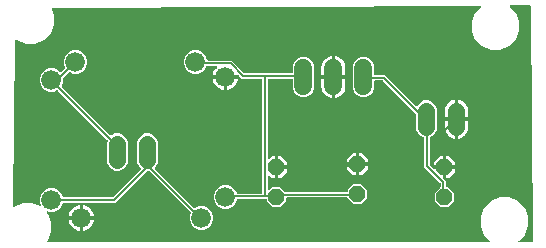
<source format=gbr>
G04 EAGLE Gerber RS-274X export*
G75*
%MOMM*%
%FSLAX34Y34*%
%LPD*%
%INTop Copper*%
%IPPOS*%
%AMOC8*
5,1,8,0,0,1.08239X$1,22.5*%
G01*
%ADD10C,1.422400*%
%ADD11P,1.429621X8X112.500000*%
%ADD12C,1.676400*%
%ADD13C,1.524000*%
%ADD14C,0.152400*%

G36*
X406601Y10172D02*
X406601Y10172D01*
X406672Y10174D01*
X406721Y10192D01*
X406773Y10200D01*
X406836Y10234D01*
X406903Y10259D01*
X406944Y10291D01*
X406990Y10316D01*
X407039Y10368D01*
X407095Y10412D01*
X407124Y10456D01*
X407159Y10494D01*
X407190Y10559D01*
X407228Y10619D01*
X407241Y10670D01*
X407263Y10717D01*
X407271Y10788D01*
X407288Y10858D01*
X407284Y10910D01*
X407290Y10961D01*
X407275Y11032D01*
X407269Y11103D01*
X407249Y11151D01*
X407238Y11202D01*
X407201Y11263D01*
X407173Y11329D01*
X407128Y11385D01*
X407112Y11413D01*
X407094Y11428D01*
X407068Y11460D01*
X402009Y16520D01*
X398939Y23930D01*
X398939Y31950D01*
X402009Y39360D01*
X407680Y45031D01*
X415090Y48101D01*
X423110Y48101D01*
X430520Y45031D01*
X436191Y39360D01*
X439261Y31950D01*
X439261Y23930D01*
X436191Y16520D01*
X431132Y11460D01*
X431090Y11402D01*
X431041Y11350D01*
X431019Y11303D01*
X430988Y11261D01*
X430967Y11192D01*
X430937Y11127D01*
X430931Y11075D01*
X430916Y11025D01*
X430918Y10954D01*
X430910Y10883D01*
X430921Y10832D01*
X430922Y10780D01*
X430947Y10712D01*
X430962Y10642D01*
X430989Y10597D01*
X431007Y10549D01*
X431052Y10493D01*
X431088Y10431D01*
X431128Y10397D01*
X431160Y10357D01*
X431221Y10318D01*
X431275Y10271D01*
X431324Y10252D01*
X431367Y10224D01*
X431437Y10206D01*
X431503Y10179D01*
X431575Y10171D01*
X431606Y10163D01*
X431629Y10165D01*
X431670Y10161D01*
X442852Y10161D01*
X442876Y10165D01*
X442900Y10162D01*
X442997Y10184D01*
X443094Y10200D01*
X443116Y10212D01*
X443140Y10217D01*
X443224Y10269D01*
X443312Y10316D01*
X443329Y10333D01*
X443349Y10346D01*
X443413Y10422D01*
X443481Y10494D01*
X443491Y10516D01*
X443507Y10535D01*
X443543Y10627D01*
X443585Y10717D01*
X443588Y10741D01*
X443596Y10764D01*
X443613Y10931D01*
X441325Y209907D01*
X441322Y209924D01*
X441324Y209941D01*
X441301Y210044D01*
X441282Y210149D01*
X441274Y210164D01*
X441270Y210182D01*
X441215Y210272D01*
X441165Y210365D01*
X441152Y210377D01*
X441143Y210392D01*
X441062Y210460D01*
X440984Y210532D01*
X440968Y210539D01*
X440955Y210551D01*
X440856Y210590D01*
X440760Y210633D01*
X440743Y210635D01*
X440726Y210641D01*
X440559Y210659D01*
X424297Y210569D01*
X424228Y210557D01*
X424158Y210555D01*
X424108Y210536D01*
X424054Y210527D01*
X423993Y210494D01*
X423927Y210471D01*
X423885Y210437D01*
X423837Y210411D01*
X423790Y210360D01*
X423735Y210317D01*
X423706Y210271D01*
X423669Y210232D01*
X423640Y210169D01*
X423602Y210110D01*
X423589Y210057D01*
X423567Y210008D01*
X423559Y209939D01*
X423542Y209871D01*
X423547Y209818D01*
X423541Y209764D01*
X423556Y209696D01*
X423561Y209626D01*
X423583Y209576D01*
X423594Y209524D01*
X423631Y209464D01*
X423658Y209400D01*
X423705Y209341D01*
X423722Y209313D01*
X423739Y209299D01*
X423763Y209269D01*
X428571Y204460D01*
X431641Y197050D01*
X431641Y189030D01*
X428571Y181620D01*
X422900Y175949D01*
X415490Y172879D01*
X407470Y172879D01*
X400060Y175949D01*
X394389Y181620D01*
X391319Y189030D01*
X391319Y197050D01*
X394389Y204460D01*
X399054Y209126D01*
X399097Y209185D01*
X399148Y209239D01*
X399168Y209285D01*
X399197Y209325D01*
X399219Y209396D01*
X399250Y209463D01*
X399255Y209513D01*
X399270Y209560D01*
X399268Y209634D01*
X399276Y209707D01*
X399265Y209756D01*
X399263Y209806D01*
X399238Y209876D01*
X399222Y209948D01*
X399196Y209990D01*
X399179Y210037D01*
X399133Y210095D01*
X399095Y210158D01*
X399057Y210190D01*
X399025Y210229D01*
X398963Y210269D01*
X398907Y210317D01*
X398860Y210335D01*
X398818Y210362D01*
X398747Y210380D01*
X398678Y210407D01*
X398611Y210415D01*
X398580Y210422D01*
X398555Y210420D01*
X398511Y210425D01*
X36474Y208410D01*
X36431Y208403D01*
X36388Y208405D01*
X36311Y208383D01*
X36232Y208369D01*
X36193Y208349D01*
X36151Y208336D01*
X36086Y208291D01*
X36015Y208253D01*
X35985Y208221D01*
X35949Y208196D01*
X35902Y208132D01*
X35847Y208074D01*
X35829Y208034D01*
X35802Y207999D01*
X35778Y207923D01*
X35744Y207850D01*
X35740Y207807D01*
X35726Y207765D01*
X35727Y207685D01*
X35719Y207605D01*
X35728Y207563D01*
X35729Y207519D01*
X35769Y207378D01*
X35772Y207365D01*
X35774Y207363D01*
X35775Y207358D01*
X37941Y202130D01*
X37941Y194110D01*
X34871Y186700D01*
X29200Y181029D01*
X21790Y177959D01*
X13770Y177959D01*
X6360Y181029D01*
X5946Y181443D01*
X5891Y181482D01*
X5843Y181529D01*
X5792Y181554D01*
X5746Y181586D01*
X5681Y181606D01*
X5621Y181635D01*
X5565Y181642D01*
X5511Y181659D01*
X5443Y181657D01*
X5377Y181665D01*
X5321Y181654D01*
X5265Y181652D01*
X5202Y181629D01*
X5136Y181616D01*
X5087Y181587D01*
X5034Y181568D01*
X4981Y181526D01*
X4923Y181492D01*
X4886Y181450D01*
X4842Y181414D01*
X4805Y181358D01*
X4761Y181307D01*
X4739Y181255D01*
X4709Y181207D01*
X4692Y181142D01*
X4666Y181080D01*
X4657Y181001D01*
X4649Y180969D01*
X4650Y180948D01*
X4646Y180914D01*
X3016Y40766D01*
X3023Y40717D01*
X3021Y40666D01*
X3042Y40596D01*
X3053Y40523D01*
X3076Y40479D01*
X3090Y40430D01*
X3132Y40370D01*
X3165Y40305D01*
X3201Y40270D01*
X3230Y40228D01*
X3289Y40184D01*
X3341Y40133D01*
X3387Y40111D01*
X3427Y40081D01*
X3497Y40059D01*
X3563Y40027D01*
X3613Y40021D01*
X3661Y40005D01*
X3735Y40006D01*
X3807Y39997D01*
X3857Y40007D01*
X3907Y40008D01*
X4023Y40041D01*
X4048Y40046D01*
X4056Y40051D01*
X4068Y40054D01*
X11230Y43021D01*
X19250Y43021D01*
X25646Y40372D01*
X25716Y40355D01*
X25783Y40329D01*
X25835Y40327D01*
X25885Y40315D01*
X25957Y40322D01*
X26028Y40319D01*
X26078Y40334D01*
X26130Y40338D01*
X26196Y40368D01*
X26265Y40388D01*
X26307Y40417D01*
X26355Y40438D01*
X26408Y40487D01*
X26467Y40528D01*
X26498Y40570D01*
X26536Y40605D01*
X26571Y40668D01*
X26613Y40725D01*
X26629Y40775D01*
X26655Y40820D01*
X26667Y40891D01*
X26690Y40959D01*
X26689Y41011D01*
X26698Y41062D01*
X26688Y41133D01*
X26687Y41205D01*
X26667Y41274D01*
X26663Y41306D01*
X26652Y41327D01*
X26640Y41366D01*
X25653Y43749D01*
X25653Y47691D01*
X27161Y51332D01*
X29948Y54119D01*
X33589Y55627D01*
X37531Y55627D01*
X41172Y54119D01*
X43959Y51332D01*
X45141Y48477D01*
X45203Y48377D01*
X45263Y48277D01*
X45267Y48273D01*
X45271Y48268D01*
X45361Y48193D01*
X45450Y48117D01*
X45455Y48115D01*
X45460Y48111D01*
X45569Y48069D01*
X45678Y48025D01*
X45685Y48024D01*
X45690Y48023D01*
X45708Y48022D01*
X45844Y48007D01*
X87129Y48007D01*
X87220Y48021D01*
X87310Y48029D01*
X87340Y48041D01*
X87372Y48046D01*
X87453Y48089D01*
X87537Y48125D01*
X87569Y48151D01*
X87590Y48162D01*
X87612Y48185D01*
X87668Y48230D01*
X111118Y71680D01*
X111129Y71696D01*
X111145Y71708D01*
X111201Y71796D01*
X111261Y71879D01*
X111267Y71898D01*
X111278Y71915D01*
X111303Y72016D01*
X111334Y72114D01*
X111333Y72134D01*
X111338Y72154D01*
X111330Y72257D01*
X111327Y72360D01*
X111320Y72379D01*
X111319Y72399D01*
X111278Y72494D01*
X111243Y72591D01*
X111230Y72607D01*
X111222Y72625D01*
X111118Y72756D01*
X109518Y74356D01*
X108203Y77530D01*
X108203Y95190D01*
X109518Y98364D01*
X111948Y100794D01*
X115122Y102109D01*
X118558Y102109D01*
X121732Y100794D01*
X124162Y98364D01*
X125477Y95190D01*
X125477Y77530D01*
X124162Y74356D01*
X123070Y73264D01*
X123059Y73248D01*
X123043Y73236D01*
X122987Y73148D01*
X122927Y73064D01*
X122921Y73045D01*
X122910Y73029D01*
X122885Y72928D01*
X122854Y72829D01*
X122855Y72809D01*
X122850Y72790D01*
X122858Y72687D01*
X122861Y72583D01*
X122868Y72565D01*
X122869Y72545D01*
X122910Y72450D01*
X122945Y72352D01*
X122958Y72337D01*
X122966Y72319D01*
X123070Y72188D01*
X156186Y39072D01*
X156280Y39004D01*
X156375Y38934D01*
X156381Y38932D01*
X156386Y38928D01*
X156497Y38894D01*
X156609Y38857D01*
X156615Y38858D01*
X156621Y38856D01*
X156738Y38859D01*
X156855Y38860D01*
X156862Y38862D01*
X156867Y38862D01*
X156885Y38868D01*
X157016Y38907D01*
X160589Y40387D01*
X164531Y40387D01*
X168172Y38879D01*
X170959Y36092D01*
X172467Y32451D01*
X172467Y28509D01*
X170959Y24868D01*
X168172Y22081D01*
X164531Y20573D01*
X160589Y20573D01*
X156948Y22081D01*
X154161Y24868D01*
X152653Y28509D01*
X152653Y32451D01*
X153538Y34587D01*
X153565Y34701D01*
X153594Y34814D01*
X153593Y34821D01*
X153594Y34827D01*
X153583Y34943D01*
X153574Y35060D01*
X153572Y35065D01*
X153571Y35072D01*
X153524Y35179D01*
X153478Y35286D01*
X153473Y35292D01*
X153471Y35296D01*
X153459Y35310D01*
X153373Y35417D01*
X118402Y70388D01*
X118328Y70441D01*
X118258Y70501D01*
X118228Y70513D01*
X118202Y70532D01*
X118115Y70559D01*
X118030Y70593D01*
X117989Y70597D01*
X117967Y70604D01*
X117935Y70603D01*
X117863Y70611D01*
X116833Y70611D01*
X116742Y70597D01*
X116652Y70589D01*
X116622Y70577D01*
X116590Y70572D01*
X116509Y70529D01*
X116425Y70493D01*
X116393Y70467D01*
X116372Y70456D01*
X116350Y70433D01*
X116294Y70388D01*
X89339Y43433D01*
X45844Y43433D01*
X45730Y43414D01*
X45613Y43397D01*
X45608Y43395D01*
X45602Y43394D01*
X45499Y43339D01*
X45394Y43286D01*
X45390Y43281D01*
X45384Y43278D01*
X45304Y43194D01*
X45222Y43110D01*
X45218Y43104D01*
X45215Y43100D01*
X45207Y43083D01*
X45141Y42963D01*
X43959Y40108D01*
X41172Y37321D01*
X37531Y35813D01*
X33589Y35813D01*
X32360Y36322D01*
X32266Y36345D01*
X32173Y36373D01*
X32146Y36373D01*
X32121Y36379D01*
X32024Y36369D01*
X31927Y36367D01*
X31902Y36358D01*
X31876Y36355D01*
X31787Y36316D01*
X31696Y36282D01*
X31675Y36266D01*
X31651Y36255D01*
X31580Y36190D01*
X31504Y36129D01*
X31489Y36107D01*
X31470Y36089D01*
X31423Y36003D01*
X31371Y35922D01*
X31364Y35896D01*
X31352Y35874D01*
X31334Y35778D01*
X31311Y35683D01*
X31313Y35657D01*
X31308Y35631D01*
X31322Y35535D01*
X31330Y35438D01*
X31340Y35414D01*
X31344Y35388D01*
X31388Y35301D01*
X31426Y35212D01*
X31446Y35186D01*
X31455Y35169D01*
X31479Y35146D01*
X31531Y35081D01*
X32331Y34280D01*
X35401Y26870D01*
X35401Y18850D01*
X32324Y11421D01*
X32310Y11402D01*
X32261Y11350D01*
X32239Y11303D01*
X32208Y11261D01*
X32187Y11192D01*
X32157Y11127D01*
X32151Y11075D01*
X32136Y11026D01*
X32138Y10954D01*
X32130Y10883D01*
X32141Y10832D01*
X32142Y10780D01*
X32167Y10712D01*
X32182Y10642D01*
X32209Y10598D01*
X32227Y10549D01*
X32272Y10493D01*
X32308Y10431D01*
X32348Y10397D01*
X32380Y10357D01*
X32441Y10318D01*
X32495Y10271D01*
X32544Y10252D01*
X32587Y10224D01*
X32657Y10206D01*
X32723Y10179D01*
X32795Y10171D01*
X32826Y10163D01*
X32849Y10165D01*
X32890Y10161D01*
X406530Y10161D01*
X406601Y10172D01*
G37*
%LPC*%
G36*
X180909Y38353D02*
X180909Y38353D01*
X177268Y39861D01*
X174481Y42648D01*
X172973Y46289D01*
X172973Y50231D01*
X174481Y53872D01*
X177268Y56659D01*
X180909Y58167D01*
X184851Y58167D01*
X188492Y56659D01*
X191279Y53872D01*
X192251Y51525D01*
X192312Y51425D01*
X192372Y51325D01*
X192377Y51321D01*
X192380Y51316D01*
X192470Y51241D01*
X192559Y51165D01*
X192565Y51163D01*
X192570Y51159D01*
X192678Y51117D01*
X192787Y51073D01*
X192795Y51072D01*
X192799Y51071D01*
X192818Y51070D01*
X192954Y51055D01*
X213360Y51055D01*
X213380Y51058D01*
X213399Y51056D01*
X213501Y51078D01*
X213603Y51094D01*
X213620Y51104D01*
X213640Y51108D01*
X213729Y51161D01*
X213820Y51210D01*
X213834Y51224D01*
X213851Y51234D01*
X213918Y51313D01*
X213990Y51388D01*
X213998Y51406D01*
X214011Y51421D01*
X214050Y51517D01*
X214093Y51611D01*
X214095Y51631D01*
X214103Y51649D01*
X214121Y51816D01*
X214121Y147828D01*
X214118Y147848D01*
X214120Y147867D01*
X214098Y147969D01*
X214082Y148071D01*
X214072Y148088D01*
X214068Y148108D01*
X214015Y148197D01*
X213966Y148288D01*
X213952Y148302D01*
X213942Y148319D01*
X213863Y148386D01*
X213788Y148458D01*
X213770Y148466D01*
X213755Y148479D01*
X213659Y148518D01*
X213565Y148561D01*
X213545Y148563D01*
X213527Y148571D01*
X213360Y148589D01*
X197173Y148589D01*
X194602Y151160D01*
X194528Y151213D01*
X194458Y151273D01*
X194428Y151285D01*
X194402Y151304D01*
X194315Y151331D01*
X194230Y151365D01*
X194189Y151369D01*
X194167Y151376D01*
X194135Y151375D01*
X194064Y151383D01*
X183642Y151383D01*
X183622Y151380D01*
X183603Y151382D01*
X183501Y151360D01*
X183399Y151343D01*
X183382Y151334D01*
X183362Y151330D01*
X183273Y151277D01*
X183182Y151228D01*
X183168Y151214D01*
X183151Y151204D01*
X183084Y151125D01*
X183013Y151050D01*
X183004Y151032D01*
X182991Y151017D01*
X182953Y150921D01*
X182909Y150827D01*
X182907Y150807D01*
X182899Y150789D01*
X182881Y150622D01*
X182881Y149859D01*
X182879Y149859D01*
X182879Y150622D01*
X182876Y150642D01*
X182878Y150661D01*
X182856Y150763D01*
X182839Y150865D01*
X182830Y150882D01*
X182826Y150902D01*
X182773Y150991D01*
X182724Y151082D01*
X182710Y151096D01*
X182700Y151113D01*
X182621Y151180D01*
X182546Y151251D01*
X182528Y151260D01*
X182513Y151273D01*
X182417Y151312D01*
X182323Y151355D01*
X182303Y151357D01*
X182285Y151365D01*
X182118Y151383D01*
X172062Y151383D01*
X172226Y152418D01*
X172758Y154053D01*
X173538Y155585D01*
X174549Y156976D01*
X175531Y157958D01*
X175573Y158016D01*
X175622Y158068D01*
X175644Y158115D01*
X175674Y158157D01*
X175695Y158226D01*
X175726Y158291D01*
X175731Y158343D01*
X175747Y158393D01*
X175745Y158464D01*
X175753Y158535D01*
X175742Y158586D01*
X175740Y158638D01*
X175716Y158706D01*
X175700Y158776D01*
X175674Y158821D01*
X175656Y158869D01*
X175611Y158925D01*
X175574Y158987D01*
X175535Y159021D01*
X175502Y159061D01*
X175442Y159100D01*
X175387Y159147D01*
X175339Y159166D01*
X175295Y159194D01*
X175226Y159212D01*
X175159Y159239D01*
X175088Y159247D01*
X175057Y159255D01*
X175033Y159253D01*
X174992Y159257D01*
X167344Y159257D01*
X167229Y159238D01*
X167113Y159221D01*
X167107Y159219D01*
X167101Y159218D01*
X166998Y159163D01*
X166893Y159110D01*
X166889Y159105D01*
X166883Y159102D01*
X166804Y159018D01*
X166721Y158934D01*
X166718Y158928D01*
X166714Y158924D01*
X166706Y158907D01*
X166640Y158787D01*
X165879Y156948D01*
X163092Y154161D01*
X159451Y152653D01*
X155509Y152653D01*
X151868Y154161D01*
X149081Y156948D01*
X147573Y160589D01*
X147573Y164531D01*
X149081Y168172D01*
X151868Y170959D01*
X155509Y172467D01*
X159451Y172467D01*
X163092Y170959D01*
X165879Y168172D01*
X167399Y164501D01*
X167410Y164451D01*
X167426Y164349D01*
X167436Y164332D01*
X167440Y164312D01*
X167493Y164223D01*
X167542Y164132D01*
X167556Y164118D01*
X167566Y164101D01*
X167645Y164034D01*
X167720Y163962D01*
X167738Y163954D01*
X167753Y163941D01*
X167849Y163902D01*
X167943Y163859D01*
X167963Y163857D01*
X167981Y163849D01*
X168148Y163831D01*
X188399Y163831D01*
X198844Y153386D01*
X198918Y153333D01*
X198988Y153273D01*
X199018Y153261D01*
X199044Y153242D01*
X199131Y153215D01*
X199216Y153181D01*
X199257Y153177D01*
X199279Y153170D01*
X199311Y153171D01*
X199383Y153163D01*
X239014Y153163D01*
X239034Y153166D01*
X239053Y153164D01*
X239155Y153186D01*
X239257Y153202D01*
X239274Y153212D01*
X239294Y153216D01*
X239383Y153269D01*
X239474Y153318D01*
X239488Y153332D01*
X239505Y153342D01*
X239572Y153421D01*
X239644Y153496D01*
X239652Y153514D01*
X239665Y153529D01*
X239704Y153625D01*
X239747Y153719D01*
X239749Y153739D01*
X239757Y153757D01*
X239775Y153924D01*
X239775Y159299D01*
X241167Y162660D01*
X243740Y165233D01*
X247101Y166625D01*
X250739Y166625D01*
X254100Y165233D01*
X256673Y162660D01*
X258065Y159299D01*
X258065Y140421D01*
X256673Y137060D01*
X254100Y134487D01*
X250739Y133095D01*
X247101Y133095D01*
X243740Y134487D01*
X241167Y137060D01*
X239775Y140421D01*
X239775Y147828D01*
X239772Y147848D01*
X239774Y147867D01*
X239752Y147969D01*
X239736Y148071D01*
X239726Y148088D01*
X239722Y148108D01*
X239669Y148197D01*
X239620Y148288D01*
X239606Y148302D01*
X239596Y148319D01*
X239517Y148386D01*
X239442Y148458D01*
X239424Y148466D01*
X239409Y148479D01*
X239313Y148518D01*
X239219Y148561D01*
X239199Y148563D01*
X239181Y148571D01*
X239014Y148589D01*
X219456Y148589D01*
X219436Y148586D01*
X219417Y148588D01*
X219315Y148566D01*
X219213Y148550D01*
X219196Y148540D01*
X219176Y148536D01*
X219087Y148483D01*
X218996Y148434D01*
X218982Y148420D01*
X218965Y148410D01*
X218898Y148331D01*
X218826Y148256D01*
X218818Y148238D01*
X218805Y148223D01*
X218766Y148127D01*
X218723Y148033D01*
X218721Y148013D01*
X218713Y147995D01*
X218695Y147828D01*
X218695Y81065D01*
X218706Y80994D01*
X218708Y80923D01*
X218726Y80874D01*
X218734Y80822D01*
X218768Y80759D01*
X218793Y80692D01*
X218825Y80651D01*
X218850Y80605D01*
X218902Y80556D01*
X218946Y80500D01*
X218990Y80471D01*
X219028Y80436D01*
X219093Y80405D01*
X219153Y80367D01*
X219204Y80354D01*
X219251Y80332D01*
X219322Y80324D01*
X219392Y80307D01*
X219444Y80311D01*
X219495Y80305D01*
X219566Y80320D01*
X219637Y80326D01*
X219685Y80346D01*
X219736Y80357D01*
X219797Y80394D01*
X219863Y80422D01*
X219919Y80467D01*
X219947Y80483D01*
X219962Y80501D01*
X219994Y80527D01*
X222272Y82805D01*
X224537Y82805D01*
X224537Y74422D01*
X224540Y74402D01*
X224538Y74383D01*
X224560Y74281D01*
X224577Y74179D01*
X224586Y74162D01*
X224590Y74142D01*
X224643Y74053D01*
X224692Y73962D01*
X224706Y73948D01*
X224716Y73931D01*
X224795Y73864D01*
X224870Y73793D01*
X224888Y73784D01*
X224903Y73771D01*
X224999Y73733D01*
X225093Y73689D01*
X225113Y73687D01*
X225131Y73679D01*
X225298Y73661D01*
X226061Y73661D01*
X226061Y73659D01*
X225298Y73659D01*
X225278Y73656D01*
X225259Y73658D01*
X225157Y73636D01*
X225055Y73619D01*
X225038Y73610D01*
X225018Y73606D01*
X224929Y73553D01*
X224838Y73504D01*
X224824Y73490D01*
X224807Y73480D01*
X224740Y73401D01*
X224669Y73326D01*
X224660Y73308D01*
X224647Y73293D01*
X224608Y73197D01*
X224565Y73103D01*
X224563Y73083D01*
X224555Y73065D01*
X224537Y72898D01*
X224537Y64515D01*
X222272Y64515D01*
X219994Y66793D01*
X219936Y66835D01*
X219884Y66884D01*
X219837Y66906D01*
X219795Y66937D01*
X219726Y66958D01*
X219661Y66988D01*
X219609Y66994D01*
X219559Y67009D01*
X219488Y67007D01*
X219417Y67015D01*
X219366Y67004D01*
X219314Y67003D01*
X219246Y66978D01*
X219176Y66963D01*
X219131Y66936D01*
X219083Y66918D01*
X219027Y66873D01*
X218965Y66837D01*
X218931Y66797D01*
X218891Y66765D01*
X218852Y66704D01*
X218805Y66650D01*
X218786Y66601D01*
X218758Y66558D01*
X218740Y66488D01*
X218713Y66422D01*
X218705Y66350D01*
X218697Y66319D01*
X218699Y66296D01*
X218695Y66255D01*
X218695Y54228D01*
X218706Y54158D01*
X218708Y54086D01*
X218726Y54037D01*
X218734Y53986D01*
X218768Y53922D01*
X218793Y53855D01*
X218825Y53814D01*
X218850Y53768D01*
X218902Y53719D01*
X218946Y53663D01*
X218990Y53635D01*
X219028Y53599D01*
X219093Y53569D01*
X219153Y53530D01*
X219204Y53517D01*
X219251Y53495D01*
X219322Y53487D01*
X219392Y53470D01*
X219444Y53474D01*
X219495Y53468D01*
X219566Y53483D01*
X219637Y53489D01*
X219685Y53509D01*
X219736Y53520D01*
X219797Y53557D01*
X219863Y53585D01*
X219919Y53630D01*
X219947Y53647D01*
X219962Y53664D01*
X219994Y53690D01*
X222693Y56389D01*
X229427Y56389D01*
X233014Y52802D01*
X233088Y52749D01*
X233157Y52689D01*
X233188Y52677D01*
X233214Y52658D01*
X233301Y52631D01*
X233386Y52597D01*
X233427Y52593D01*
X233449Y52586D01*
X233481Y52587D01*
X233552Y52579D01*
X285750Y52579D01*
X285770Y52582D01*
X285789Y52580D01*
X285891Y52602D01*
X285993Y52618D01*
X286010Y52628D01*
X286030Y52632D01*
X286119Y52685D01*
X286210Y52734D01*
X286224Y52748D01*
X286241Y52758D01*
X286308Y52837D01*
X286380Y52912D01*
X286388Y52930D01*
X286401Y52945D01*
X286440Y53041D01*
X286483Y53135D01*
X286485Y53155D01*
X286493Y53173D01*
X286511Y53340D01*
X286511Y54167D01*
X291273Y58929D01*
X298007Y58929D01*
X302769Y54167D01*
X302769Y47433D01*
X298007Y42671D01*
X291273Y42671D01*
X286474Y47470D01*
X286472Y47487D01*
X286462Y47504D01*
X286458Y47524D01*
X286405Y47613D01*
X286356Y47704D01*
X286342Y47718D01*
X286332Y47735D01*
X286253Y47802D01*
X286178Y47874D01*
X286160Y47882D01*
X286145Y47895D01*
X286049Y47934D01*
X285955Y47977D01*
X285935Y47979D01*
X285917Y47987D01*
X285750Y48005D01*
X234950Y48005D01*
X234930Y48002D01*
X234911Y48004D01*
X234809Y47982D01*
X234707Y47966D01*
X234690Y47956D01*
X234670Y47952D01*
X234581Y47899D01*
X234490Y47850D01*
X234476Y47836D01*
X234459Y47826D01*
X234392Y47747D01*
X234320Y47672D01*
X234312Y47654D01*
X234299Y47639D01*
X234260Y47543D01*
X234217Y47449D01*
X234215Y47429D01*
X234207Y47411D01*
X234189Y47244D01*
X234189Y44893D01*
X229427Y40131D01*
X222693Y40131D01*
X217931Y44893D01*
X217931Y45720D01*
X217928Y45740D01*
X217930Y45759D01*
X217908Y45861D01*
X217892Y45963D01*
X217882Y45980D01*
X217878Y46000D01*
X217825Y46089D01*
X217776Y46180D01*
X217762Y46194D01*
X217752Y46211D01*
X217673Y46278D01*
X217598Y46350D01*
X217580Y46358D01*
X217565Y46371D01*
X217469Y46410D01*
X217375Y46453D01*
X217355Y46455D01*
X217337Y46463D01*
X217170Y46481D01*
X193375Y46481D01*
X193260Y46462D01*
X193144Y46445D01*
X193138Y46443D01*
X193132Y46442D01*
X193029Y46387D01*
X192925Y46334D01*
X192920Y46329D01*
X192915Y46326D01*
X192835Y46242D01*
X192752Y46158D01*
X192749Y46152D01*
X192745Y46148D01*
X192738Y46131D01*
X192672Y46011D01*
X191279Y42648D01*
X188492Y39861D01*
X184851Y38353D01*
X180909Y38353D01*
G37*
%LPD*%
%LPC*%
G36*
X364933Y40131D02*
X364933Y40131D01*
X360171Y44893D01*
X360171Y51627D01*
X364774Y56230D01*
X364827Y56304D01*
X364887Y56373D01*
X364899Y56404D01*
X364918Y56430D01*
X364945Y56517D01*
X364979Y56602D01*
X364983Y56643D01*
X364990Y56665D01*
X364989Y56697D01*
X364997Y56768D01*
X364997Y59697D01*
X364983Y59788D01*
X364975Y59878D01*
X364963Y59908D01*
X364958Y59940D01*
X364915Y60021D01*
X364879Y60105D01*
X364853Y60137D01*
X364842Y60158D01*
X364819Y60180D01*
X364774Y60236D01*
X351281Y73729D01*
X351281Y98068D01*
X351262Y98183D01*
X351245Y98299D01*
X351243Y98304D01*
X351242Y98311D01*
X351187Y98413D01*
X351134Y98518D01*
X351129Y98522D01*
X351126Y98528D01*
X351042Y98608D01*
X350958Y98690D01*
X350952Y98694D01*
X350948Y98697D01*
X350931Y98705D01*
X350811Y98771D01*
X348168Y99866D01*
X345738Y102296D01*
X344423Y105470D01*
X344423Y118371D01*
X344409Y118462D01*
X344401Y118552D01*
X344389Y118582D01*
X344384Y118614D01*
X344341Y118695D01*
X344305Y118779D01*
X344279Y118811D01*
X344268Y118832D01*
X344245Y118854D01*
X344200Y118910D01*
X316268Y146842D01*
X316194Y146895D01*
X316124Y146955D01*
X316094Y146967D01*
X316068Y146986D01*
X315981Y147013D01*
X315896Y147047D01*
X315855Y147051D01*
X315833Y147058D01*
X315801Y147057D01*
X315729Y147065D01*
X309626Y147065D01*
X309606Y147062D01*
X309587Y147064D01*
X309485Y147042D01*
X309383Y147026D01*
X309366Y147016D01*
X309346Y147012D01*
X309257Y146959D01*
X309166Y146910D01*
X309152Y146896D01*
X309135Y146886D01*
X309068Y146807D01*
X308996Y146732D01*
X308988Y146714D01*
X308975Y146699D01*
X308936Y146603D01*
X308893Y146509D01*
X308891Y146489D01*
X308883Y146471D01*
X308865Y146304D01*
X308865Y140421D01*
X307473Y137060D01*
X304900Y134487D01*
X301539Y133095D01*
X297901Y133095D01*
X294540Y134487D01*
X291967Y137060D01*
X290575Y140421D01*
X290575Y159299D01*
X291967Y162660D01*
X294540Y165233D01*
X297901Y166625D01*
X301539Y166625D01*
X304900Y165233D01*
X307473Y162660D01*
X308865Y159299D01*
X308865Y152400D01*
X308868Y152380D01*
X308866Y152361D01*
X308888Y152259D01*
X308904Y152157D01*
X308914Y152140D01*
X308918Y152120D01*
X308971Y152031D01*
X309020Y151940D01*
X309034Y151926D01*
X309044Y151909D01*
X309123Y151842D01*
X309198Y151770D01*
X309216Y151762D01*
X309231Y151749D01*
X309327Y151710D01*
X309421Y151667D01*
X309441Y151665D01*
X309459Y151657D01*
X309626Y151639D01*
X317939Y151639D01*
X344211Y125367D01*
X344248Y125340D01*
X344279Y125307D01*
X344347Y125269D01*
X344410Y125224D01*
X344454Y125210D01*
X344495Y125188D01*
X344571Y125174D01*
X344646Y125151D01*
X344691Y125153D01*
X344737Y125144D01*
X344814Y125156D01*
X344891Y125158D01*
X344935Y125173D01*
X344980Y125180D01*
X345049Y125215D01*
X345122Y125242D01*
X345158Y125271D01*
X345199Y125292D01*
X345254Y125347D01*
X345314Y125396D01*
X345339Y125435D01*
X345371Y125467D01*
X345437Y125587D01*
X345447Y125603D01*
X345449Y125608D01*
X345452Y125614D01*
X345738Y126304D01*
X348168Y128734D01*
X351342Y130049D01*
X354778Y130049D01*
X357952Y128734D01*
X360382Y126304D01*
X361697Y123130D01*
X361697Y105470D01*
X360382Y102296D01*
X357952Y99866D01*
X356325Y99192D01*
X356225Y99130D01*
X356125Y99070D01*
X356121Y99066D01*
X356116Y99062D01*
X356041Y98972D01*
X355965Y98884D01*
X355963Y98878D01*
X355959Y98873D01*
X355917Y98764D01*
X355873Y98655D01*
X355872Y98648D01*
X355871Y98643D01*
X355870Y98625D01*
X355855Y98489D01*
X355855Y75939D01*
X355869Y75848D01*
X355877Y75758D01*
X355889Y75728D01*
X355894Y75696D01*
X355937Y75615D01*
X355973Y75531D01*
X355999Y75499D01*
X356010Y75478D01*
X356033Y75456D01*
X356078Y75400D01*
X359118Y72360D01*
X359192Y72307D01*
X359262Y72247D01*
X359292Y72235D01*
X359318Y72216D01*
X359405Y72189D01*
X359490Y72155D01*
X359531Y72151D01*
X359553Y72144D01*
X359585Y72145D01*
X359656Y72137D01*
X366777Y72137D01*
X366777Y65016D01*
X366792Y64926D01*
X366799Y64835D01*
X366811Y64806D01*
X366817Y64774D01*
X366859Y64693D01*
X366895Y64609D01*
X366921Y64577D01*
X366932Y64556D01*
X366955Y64534D01*
X367000Y64478D01*
X369571Y61907D01*
X369571Y57150D01*
X369574Y57130D01*
X369572Y57111D01*
X369594Y57009D01*
X369610Y56907D01*
X369620Y56890D01*
X369624Y56870D01*
X369677Y56781D01*
X369726Y56690D01*
X369740Y56676D01*
X369750Y56659D01*
X369829Y56592D01*
X369904Y56520D01*
X369922Y56512D01*
X369937Y56499D01*
X370033Y56460D01*
X370127Y56417D01*
X370147Y56415D01*
X370165Y56407D01*
X370332Y56389D01*
X371667Y56389D01*
X376429Y51627D01*
X376429Y44893D01*
X371667Y40131D01*
X364933Y40131D01*
G37*
%LPD*%
%LPC*%
G36*
X89722Y70611D02*
X89722Y70611D01*
X86548Y71926D01*
X84118Y74356D01*
X82803Y77530D01*
X82803Y95190D01*
X83093Y95889D01*
X83106Y95946D01*
X83121Y95977D01*
X83127Y96031D01*
X83148Y96116D01*
X83147Y96122D01*
X83149Y96128D01*
X83144Y96184D01*
X83148Y96221D01*
X83135Y96279D01*
X83129Y96361D01*
X83126Y96367D01*
X83126Y96373D01*
X83104Y96422D01*
X83095Y96462D01*
X83062Y96517D01*
X83033Y96587D01*
X83028Y96593D01*
X83026Y96598D01*
X83013Y96612D01*
X82985Y96647D01*
X82969Y96673D01*
X82953Y96687D01*
X82928Y96718D01*
X41215Y138431D01*
X41121Y138498D01*
X41027Y138569D01*
X41021Y138571D01*
X41015Y138574D01*
X40905Y138609D01*
X40793Y138645D01*
X40786Y138645D01*
X40780Y138647D01*
X40664Y138644D01*
X40547Y138643D01*
X40540Y138641D01*
X40535Y138640D01*
X40517Y138634D01*
X40386Y138596D01*
X37531Y137413D01*
X33589Y137413D01*
X29948Y138921D01*
X27161Y141708D01*
X25653Y145349D01*
X25653Y149291D01*
X27161Y152932D01*
X29948Y155719D01*
X33589Y157227D01*
X37531Y157227D01*
X41172Y155719D01*
X42950Y153940D01*
X42966Y153929D01*
X42978Y153913D01*
X43066Y153857D01*
X43150Y153797D01*
X43169Y153791D01*
X43185Y153780D01*
X43286Y153755D01*
X43385Y153724D01*
X43405Y153725D01*
X43424Y153720D01*
X43527Y153728D01*
X43631Y153731D01*
X43649Y153738D01*
X43669Y153739D01*
X43764Y153780D01*
X43862Y153815D01*
X43877Y153828D01*
X43895Y153836D01*
X44026Y153940D01*
X46991Y156905D01*
X47059Y156999D01*
X47129Y157093D01*
X47131Y157099D01*
X47134Y157104D01*
X47169Y157216D01*
X47205Y157327D01*
X47205Y157334D01*
X47207Y157340D01*
X47204Y157456D01*
X47203Y157573D01*
X47201Y157580D01*
X47200Y157585D01*
X47194Y157603D01*
X47156Y157734D01*
X45973Y160589D01*
X45973Y164531D01*
X47481Y168172D01*
X50268Y170959D01*
X53909Y172467D01*
X57851Y172467D01*
X61492Y170959D01*
X64279Y168172D01*
X65787Y164531D01*
X65787Y160589D01*
X64279Y156948D01*
X61492Y154161D01*
X57851Y152653D01*
X53909Y152653D01*
X51054Y153836D01*
X50941Y153863D01*
X50827Y153891D01*
X50821Y153891D01*
X50815Y153892D01*
X50698Y153881D01*
X50582Y153872D01*
X50576Y153870D01*
X50570Y153869D01*
X50462Y153821D01*
X50356Y153776D01*
X50350Y153771D01*
X50345Y153769D01*
X50332Y153756D01*
X50225Y153671D01*
X45690Y149136D01*
X45637Y149062D01*
X45577Y148992D01*
X45565Y148962D01*
X45546Y148936D01*
X45519Y148849D01*
X45485Y148764D01*
X45481Y148723D01*
X45474Y148701D01*
X45475Y148669D01*
X45467Y148597D01*
X45467Y145349D01*
X44284Y142494D01*
X44257Y142381D01*
X44229Y142267D01*
X44229Y142261D01*
X44228Y142255D01*
X44239Y142137D01*
X44248Y142022D01*
X44250Y142016D01*
X44251Y142010D01*
X44299Y141902D01*
X44344Y141796D01*
X44349Y141790D01*
X44351Y141785D01*
X44364Y141772D01*
X44449Y141665D01*
X85396Y100718D01*
X85412Y100707D01*
X85424Y100691D01*
X85511Y100635D01*
X85595Y100575D01*
X85614Y100569D01*
X85631Y100558D01*
X85732Y100533D01*
X85830Y100502D01*
X85850Y100503D01*
X85870Y100498D01*
X85973Y100506D01*
X86076Y100509D01*
X86095Y100516D01*
X86115Y100517D01*
X86210Y100558D01*
X86307Y100593D01*
X86323Y100606D01*
X86341Y100614D01*
X86472Y100718D01*
X86548Y100794D01*
X89722Y102109D01*
X93158Y102109D01*
X96332Y100794D01*
X98762Y98364D01*
X100077Y95190D01*
X100077Y77530D01*
X98762Y74356D01*
X96332Y71926D01*
X93158Y70611D01*
X89722Y70611D01*
G37*
%LPD*%
%LPC*%
G36*
X275843Y151383D02*
X275843Y151383D01*
X275843Y167526D01*
X276699Y167391D01*
X278220Y166896D01*
X279645Y166170D01*
X280939Y165230D01*
X282070Y164099D01*
X283010Y162805D01*
X283736Y161380D01*
X284231Y159859D01*
X284481Y158280D01*
X284481Y151383D01*
X275843Y151383D01*
G37*
%LPD*%
%LPC*%
G36*
X275843Y148337D02*
X275843Y148337D01*
X284481Y148337D01*
X284481Y141440D01*
X284231Y139861D01*
X283736Y138340D01*
X283010Y136915D01*
X282070Y135621D01*
X280939Y134490D01*
X279645Y133550D01*
X278220Y132824D01*
X276699Y132329D01*
X275843Y132194D01*
X275843Y148337D01*
G37*
%LPD*%
%LPC*%
G36*
X264159Y151383D02*
X264159Y151383D01*
X264159Y158280D01*
X264409Y159859D01*
X264904Y161380D01*
X265630Y162805D01*
X266570Y164099D01*
X267701Y165230D01*
X268995Y166170D01*
X270420Y166896D01*
X271941Y167391D01*
X272797Y167526D01*
X272797Y151383D01*
X264159Y151383D01*
G37*
%LPD*%
%LPC*%
G36*
X271941Y132329D02*
X271941Y132329D01*
X270420Y132824D01*
X268995Y133550D01*
X267701Y134490D01*
X266570Y135621D01*
X265630Y136915D01*
X264904Y138340D01*
X264409Y139861D01*
X264159Y141440D01*
X264159Y148337D01*
X272797Y148337D01*
X272797Y132194D01*
X271941Y132329D01*
G37*
%LPD*%
%LPC*%
G36*
X379983Y115823D02*
X379983Y115823D01*
X379983Y130944D01*
X380720Y130827D01*
X382165Y130358D01*
X383519Y129668D01*
X384748Y128775D01*
X385823Y127700D01*
X386716Y126471D01*
X387406Y125117D01*
X387875Y123672D01*
X388113Y122172D01*
X388113Y115823D01*
X379983Y115823D01*
G37*
%LPD*%
%LPC*%
G36*
X379983Y112777D02*
X379983Y112777D01*
X388113Y112777D01*
X388113Y106428D01*
X387875Y104928D01*
X387406Y103483D01*
X386716Y102129D01*
X385823Y100900D01*
X384748Y99825D01*
X383519Y98932D01*
X382165Y98242D01*
X380720Y97773D01*
X379983Y97656D01*
X379983Y112777D01*
G37*
%LPD*%
%LPC*%
G36*
X368807Y115823D02*
X368807Y115823D01*
X368807Y122172D01*
X369045Y123672D01*
X369514Y125117D01*
X370204Y126471D01*
X371097Y127700D01*
X372172Y128775D01*
X373401Y129668D01*
X374755Y130358D01*
X376200Y130827D01*
X376937Y130944D01*
X376937Y115823D01*
X368807Y115823D01*
G37*
%LPD*%
%LPC*%
G36*
X376200Y97773D02*
X376200Y97773D01*
X374755Y98242D01*
X373401Y98932D01*
X372172Y99825D01*
X371097Y100900D01*
X370204Y102129D01*
X369514Y103483D01*
X369045Y104928D01*
X368807Y106428D01*
X368807Y112777D01*
X376937Y112777D01*
X376937Y97656D01*
X376200Y97773D01*
G37*
%LPD*%
%LPC*%
G36*
X62483Y32003D02*
X62483Y32003D01*
X62483Y41298D01*
X63518Y41134D01*
X65153Y40602D01*
X66685Y39822D01*
X68076Y38811D01*
X69291Y37596D01*
X70302Y36205D01*
X71082Y34673D01*
X71614Y33038D01*
X71778Y32003D01*
X62483Y32003D01*
G37*
%LPD*%
%LPC*%
G36*
X184403Y148337D02*
X184403Y148337D01*
X193698Y148337D01*
X193534Y147302D01*
X193002Y145667D01*
X192222Y144135D01*
X191211Y142744D01*
X189996Y141529D01*
X188605Y140518D01*
X187073Y139738D01*
X185438Y139206D01*
X184403Y139042D01*
X184403Y148337D01*
G37*
%LPD*%
%LPC*%
G36*
X50142Y32003D02*
X50142Y32003D01*
X50306Y33038D01*
X50838Y34673D01*
X51618Y36205D01*
X52629Y37596D01*
X53844Y38811D01*
X55235Y39822D01*
X56767Y40602D01*
X58402Y41134D01*
X59437Y41298D01*
X59437Y32003D01*
X50142Y32003D01*
G37*
%LPD*%
%LPC*%
G36*
X62483Y28957D02*
X62483Y28957D01*
X71778Y28957D01*
X71614Y27922D01*
X71082Y26287D01*
X70302Y24755D01*
X69291Y23364D01*
X68076Y22149D01*
X66685Y21138D01*
X65153Y20358D01*
X63518Y19826D01*
X62483Y19662D01*
X62483Y28957D01*
G37*
%LPD*%
%LPC*%
G36*
X180322Y139206D02*
X180322Y139206D01*
X178687Y139738D01*
X177155Y140518D01*
X175764Y141529D01*
X174549Y142744D01*
X173538Y144135D01*
X172758Y145667D01*
X172226Y147302D01*
X172062Y148337D01*
X181357Y148337D01*
X181357Y139042D01*
X180322Y139206D01*
G37*
%LPD*%
%LPC*%
G36*
X58402Y19826D02*
X58402Y19826D01*
X56767Y20358D01*
X55235Y21138D01*
X53844Y22149D01*
X52629Y23364D01*
X51618Y24755D01*
X50838Y26287D01*
X50306Y27922D01*
X50142Y28957D01*
X59437Y28957D01*
X59437Y19662D01*
X58402Y19826D01*
G37*
%LPD*%
%LPC*%
G36*
X296163Y77723D02*
X296163Y77723D01*
X296163Y85345D01*
X298428Y85345D01*
X303785Y79988D01*
X303785Y77723D01*
X296163Y77723D01*
G37*
%LPD*%
%LPC*%
G36*
X227583Y75183D02*
X227583Y75183D01*
X227583Y82805D01*
X229848Y82805D01*
X235205Y77448D01*
X235205Y75183D01*
X227583Y75183D01*
G37*
%LPD*%
%LPC*%
G36*
X369823Y75183D02*
X369823Y75183D01*
X369823Y82805D01*
X372088Y82805D01*
X377445Y77448D01*
X377445Y75183D01*
X369823Y75183D01*
G37*
%LPD*%
%LPC*%
G36*
X285495Y77723D02*
X285495Y77723D01*
X285495Y79988D01*
X290852Y85345D01*
X293117Y85345D01*
X293117Y77723D01*
X285495Y77723D01*
G37*
%LPD*%
%LPC*%
G36*
X359155Y75183D02*
X359155Y75183D01*
X359155Y77448D01*
X364512Y82805D01*
X366777Y82805D01*
X366777Y75183D01*
X359155Y75183D01*
G37*
%LPD*%
%LPC*%
G36*
X296163Y67055D02*
X296163Y67055D01*
X296163Y74677D01*
X303785Y74677D01*
X303785Y72412D01*
X298428Y67055D01*
X296163Y67055D01*
G37*
%LPD*%
%LPC*%
G36*
X369823Y64515D02*
X369823Y64515D01*
X369823Y72137D01*
X377445Y72137D01*
X377445Y69872D01*
X372088Y64515D01*
X369823Y64515D01*
G37*
%LPD*%
%LPC*%
G36*
X227583Y64515D02*
X227583Y64515D01*
X227583Y72137D01*
X235205Y72137D01*
X235205Y69872D01*
X229848Y64515D01*
X227583Y64515D01*
G37*
%LPD*%
%LPC*%
G36*
X290852Y67055D02*
X290852Y67055D01*
X285495Y72412D01*
X285495Y74677D01*
X293117Y74677D01*
X293117Y67055D01*
X290852Y67055D01*
G37*
%LPD*%
%LPC*%
G36*
X274319Y149859D02*
X274319Y149859D01*
X274319Y149861D01*
X274321Y149861D01*
X274321Y149859D01*
X274319Y149859D01*
G37*
%LPD*%
%LPC*%
G36*
X378459Y114299D02*
X378459Y114299D01*
X378459Y114301D01*
X378461Y114301D01*
X378461Y114299D01*
X378459Y114299D01*
G37*
%LPD*%
%LPC*%
G36*
X294639Y76199D02*
X294639Y76199D01*
X294639Y76201D01*
X294641Y76201D01*
X294641Y76199D01*
X294639Y76199D01*
G37*
%LPD*%
%LPC*%
G36*
X368299Y73659D02*
X368299Y73659D01*
X368299Y73661D01*
X368301Y73661D01*
X368301Y73659D01*
X368299Y73659D01*
G37*
%LPD*%
%LPC*%
G36*
X60959Y30479D02*
X60959Y30479D01*
X60959Y30481D01*
X60961Y30481D01*
X60961Y30479D01*
X60959Y30479D01*
G37*
%LPD*%
D10*
X353060Y107188D02*
X353060Y121412D01*
X378460Y121412D02*
X378460Y107188D01*
D11*
X226060Y48260D03*
X226060Y73660D03*
X294640Y50800D03*
X294640Y76200D03*
X368300Y48260D03*
X368300Y73660D03*
D12*
X55880Y162560D03*
X157480Y162560D03*
X182880Y48260D03*
X182880Y149860D03*
X60960Y30480D03*
X162560Y30480D03*
X35560Y45720D03*
X35560Y147320D03*
D13*
X248920Y142240D02*
X248920Y157480D01*
X274320Y157480D02*
X274320Y142240D01*
X299720Y142240D02*
X299720Y157480D01*
D10*
X91440Y93472D02*
X91440Y79248D01*
X116840Y79248D02*
X116840Y93472D01*
D14*
X91440Y91440D02*
X91440Y86360D01*
X38100Y144780D02*
X35560Y147320D01*
X38100Y144780D02*
X91440Y91440D01*
X38100Y144780D02*
X55880Y162560D01*
X36576Y146304D02*
X35560Y147320D01*
X117348Y85344D02*
X117348Y74676D01*
X161544Y30480D01*
X117348Y85344D02*
X116840Y86360D01*
X161544Y30480D02*
X162560Y30480D01*
X88392Y45720D02*
X35560Y45720D01*
X88392Y45720D02*
X117348Y74676D01*
X116840Y86360D01*
X198120Y150876D02*
X216408Y150876D01*
X248412Y150876D01*
X198120Y150876D02*
X187452Y161544D01*
X158496Y161544D01*
X248412Y150876D02*
X248920Y149860D01*
X158496Y161544D02*
X157480Y162560D01*
X182880Y48768D02*
X216408Y48768D01*
X225552Y48768D01*
X226060Y48260D01*
X182880Y48260D02*
X182880Y48768D01*
X228600Y50292D02*
X294132Y50292D01*
X228600Y50292D02*
X227076Y48768D01*
X294132Y50292D02*
X294640Y50800D01*
X227076Y48768D02*
X226060Y48260D01*
X216408Y48768D02*
X216408Y150876D01*
X368808Y105156D02*
X368808Y74676D01*
X368808Y105156D02*
X377952Y114300D01*
X368808Y74676D02*
X368300Y73660D01*
X377952Y114300D02*
X378460Y114300D01*
X292608Y74676D02*
X274320Y74676D01*
X227076Y74676D01*
X292608Y74676D02*
X294132Y76200D01*
X227076Y74676D02*
X226060Y73660D01*
X294132Y76200D02*
X294640Y76200D01*
X274320Y74676D02*
X274320Y149860D01*
X367284Y60960D02*
X367284Y48768D01*
X367284Y60960D02*
X353568Y74676D01*
X353568Y114300D01*
X367284Y48768D02*
X368300Y48260D01*
X353568Y114300D02*
X353060Y114300D01*
X316992Y149352D02*
X300228Y149352D01*
X316992Y149352D02*
X352044Y114300D01*
X300228Y149352D02*
X299720Y149860D01*
X352044Y114300D02*
X353060Y114300D01*
M02*

</source>
